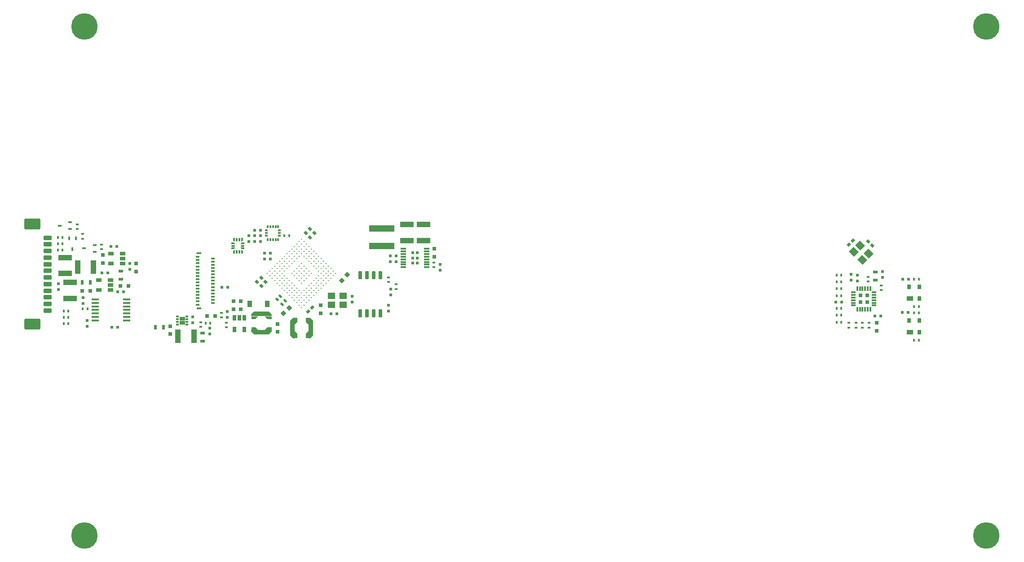
<source format=gbr>
%TF.GenerationSoftware,KiCad,Pcbnew,7.0.2-0*%
%TF.CreationDate,2023-05-18T01:22:18+02:00*%
%TF.ProjectId,panel,70616e65-6c2e-46b6-9963-61645f706362,2.2.0*%
%TF.SameCoordinates,PX2918ffdPY6cadc66*%
%TF.FileFunction,Paste,Top*%
%TF.FilePolarity,Positive*%
%FSLAX46Y46*%
G04 Gerber Fmt 4.6, Leading zero omitted, Abs format (unit mm)*
G04 Created by KiCad (PCBNEW 7.0.2-0) date 2023-05-18 01:22:18*
%MOMM*%
%LPD*%
G01*
G04 APERTURE LIST*
G04 Aperture macros list*
%AMRoundRect*
0 Rectangle with rounded corners*
0 $1 Rounding radius*
0 $2 $3 $4 $5 $6 $7 $8 $9 X,Y pos of 4 corners*
0 Add a 4 corners polygon primitive as box body*
4,1,4,$2,$3,$4,$5,$6,$7,$8,$9,$2,$3,0*
0 Add four circle primitives for the rounded corners*
1,1,$1+$1,$2,$3*
1,1,$1+$1,$4,$5*
1,1,$1+$1,$6,$7*
1,1,$1+$1,$8,$9*
0 Add four rect primitives between the rounded corners*
20,1,$1+$1,$2,$3,$4,$5,0*
20,1,$1+$1,$4,$5,$6,$7,0*
20,1,$1+$1,$6,$7,$8,$9,0*
20,1,$1+$1,$8,$9,$2,$3,0*%
%AMRotRect*
0 Rectangle, with rotation*
0 The origin of the aperture is its center*
0 $1 length*
0 $2 width*
0 $3 Rotation angle, in degrees counterclockwise*
0 Add horizontal line*
21,1,$1,$2,0,0,$3*%
%AMOutline4P*
0 Free polygon, 4 corners , with rotation*
0 The origin of the aperture is its center*
0 number of corners: always 4*
0 $1 to $8 corner X, Y*
0 $9 Rotation angle, in degrees counterclockwise*
0 create outline with 4 corners*
4,1,4,$1,$2,$3,$4,$5,$6,$7,$8,$1,$2,$9*%
%AMFreePoly0*
4,1,48,0.036019,0.199191,0.037970,0.199714,0.040958,0.198320,0.057086,0.195477,0.069629,0.184951,0.084467,0.178033,0.290533,-0.028033,0.293203,-0.031846,0.294953,-0.032857,0.296081,-0.035957,0.305473,-0.049370,0.306899,-0.065680,0.312500,-0.081066,0.312500,-0.125000,0.310782,-0.134741,0.311361,-0.138024,0.309694,-0.140909,0.307977,-0.150652,0.295451,-0.165579,0.285709,-0.182453,
0.279350,-0.184767,0.275000,-0.189952,0.255808,-0.193336,0.237500,-0.200000,-0.237500,-0.200000,-0.247241,-0.198282,-0.250524,-0.198861,-0.253409,-0.197194,-0.263152,-0.195477,-0.278079,-0.182951,-0.294953,-0.173209,-0.297267,-0.166850,-0.302452,-0.162500,-0.305836,-0.143308,-0.312500,-0.125000,-0.312500,0.125000,-0.310782,0.134741,-0.311361,0.138024,-0.309694,0.140909,-0.307977,0.150652,
-0.295451,0.165579,-0.285709,0.182453,-0.279350,0.184767,-0.275000,0.189952,-0.255808,0.193336,-0.237500,0.200000,0.031434,0.200000,0.036019,0.199191,0.036019,0.199191,$1*%
%AMFreePoly1*
4,1,48,0.247241,0.198282,0.250524,0.198861,0.253409,0.197194,0.263152,0.195477,0.278079,0.182951,0.294953,0.173209,0.297267,0.166850,0.302452,0.162500,0.305836,0.143308,0.312500,0.125000,0.312500,0.081066,0.311691,0.076479,0.312214,0.074529,0.310820,0.071540,0.307977,0.055414,0.297451,0.042870,0.290533,0.028033,0.084467,-0.178033,0.080653,-0.180703,0.079643,-0.182453,
0.076542,-0.183581,0.063130,-0.192973,0.046818,-0.194400,0.031434,-0.200000,-0.237500,-0.200000,-0.247241,-0.198282,-0.250524,-0.198861,-0.253409,-0.197194,-0.263152,-0.195477,-0.278079,-0.182951,-0.294953,-0.173209,-0.297267,-0.166850,-0.302452,-0.162500,-0.305836,-0.143308,-0.312500,-0.125000,-0.312500,0.125000,-0.310782,0.134741,-0.311361,0.138024,-0.309694,0.140909,-0.307977,0.150652,
-0.295451,0.165579,-0.285709,0.182453,-0.279350,0.184767,-0.275000,0.189952,-0.255808,0.193336,-0.237500,0.200000,0.237500,0.200000,0.247241,0.198282,0.247241,0.198282,$1*%
%AMFreePoly2*
4,1,48,0.134741,0.310782,0.138024,0.311361,0.140909,0.309694,0.150652,0.307977,0.165579,0.295451,0.182453,0.285709,0.184767,0.279350,0.189952,0.275000,0.193336,0.255808,0.200000,0.237500,0.200000,-0.237500,0.198282,-0.247241,0.198861,-0.250524,0.197194,-0.253409,0.195477,-0.263152,0.182951,-0.278079,0.173209,-0.294953,0.166850,-0.297267,0.162500,-0.302452,0.143308,-0.305836,
0.125000,-0.312500,-0.125000,-0.312500,-0.134741,-0.310782,-0.138024,-0.311361,-0.140909,-0.309694,-0.150652,-0.307977,-0.165579,-0.295451,-0.182453,-0.285709,-0.184767,-0.279350,-0.189952,-0.275000,-0.193336,-0.255808,-0.200000,-0.237500,-0.200000,0.031434,-0.199191,0.036019,-0.199714,0.037970,-0.198320,0.040958,-0.195477,0.057086,-0.184951,0.069629,-0.178033,0.084467,0.028033,0.290533,
0.031846,0.293203,0.032857,0.294953,0.035957,0.296081,0.049370,0.305473,0.065680,0.306899,0.081066,0.312500,0.125000,0.312500,0.134741,0.310782,0.134741,0.310782,$1*%
%AMFreePoly3*
4,1,48,-0.076480,0.311691,-0.074530,0.312214,-0.071541,0.310820,-0.055414,0.307977,-0.042870,0.297451,-0.028033,0.290533,0.178033,0.084467,0.180703,0.080653,0.182453,0.079643,0.183581,0.076542,0.192973,0.063130,0.194399,0.046819,0.200000,0.031434,0.200000,-0.237500,0.198282,-0.247241,0.198861,-0.250524,0.197194,-0.253409,0.195477,-0.263152,0.182951,-0.278079,0.173209,-0.294953,
0.166850,-0.297267,0.162500,-0.302452,0.143308,-0.305836,0.125000,-0.312500,-0.125000,-0.312500,-0.134741,-0.310782,-0.138024,-0.311361,-0.140909,-0.309694,-0.150652,-0.307977,-0.165579,-0.295451,-0.182453,-0.285709,-0.184767,-0.279350,-0.189952,-0.275000,-0.193336,-0.255808,-0.200000,-0.237500,-0.200000,0.237500,-0.198282,0.247241,-0.198861,0.250524,-0.197194,0.253409,-0.195477,0.263152,
-0.182951,0.278079,-0.173209,0.294953,-0.166850,0.297267,-0.162500,0.302452,-0.143308,0.305836,-0.125000,0.312500,-0.081066,0.312500,-0.076480,0.311691,-0.076480,0.311691,$1*%
%AMFreePoly4*
4,1,48,0.247241,0.198282,0.250524,0.198861,0.253409,0.197194,0.263152,0.195477,0.278079,0.182951,0.294953,0.173209,0.297267,0.166850,0.302452,0.162500,0.305836,0.143308,0.312500,0.125000,0.312500,-0.125000,0.310782,-0.134741,0.311361,-0.138024,0.309694,-0.140909,0.307977,-0.150652,0.295451,-0.165579,0.285709,-0.182453,0.279350,-0.184767,0.275000,-0.189952,0.255808,-0.193336,
0.237500,-0.200000,-0.031434,-0.200000,-0.036020,-0.199191,-0.037971,-0.199714,-0.040959,-0.198320,-0.057086,-0.195477,-0.069629,-0.184951,-0.084467,-0.178033,-0.290533,0.028033,-0.293203,0.031846,-0.294953,0.032857,-0.296081,0.035957,-0.305473,0.049370,-0.306900,0.065681,-0.312500,0.081066,-0.312500,0.125000,-0.310782,0.134741,-0.311361,0.138024,-0.309694,0.140909,-0.307977,0.150652,
-0.295451,0.165579,-0.285709,0.182453,-0.279350,0.184767,-0.275000,0.189952,-0.255808,0.193336,-0.237500,0.200000,0.237500,0.200000,0.247241,0.198282,0.247241,0.198282,$1*%
%AMFreePoly5*
4,1,48,0.247241,0.198282,0.250524,0.198861,0.253409,0.197194,0.263152,0.195477,0.278079,0.182951,0.294953,0.173209,0.297267,0.166850,0.302452,0.162500,0.305836,0.143308,0.312500,0.125000,0.312500,-0.125000,0.310782,-0.134741,0.311361,-0.138024,0.309694,-0.140909,0.307977,-0.150652,0.295451,-0.165579,0.285709,-0.182453,0.279350,-0.184767,0.275000,-0.189952,0.255808,-0.193336,
0.237500,-0.200000,-0.237500,-0.200000,-0.247241,-0.198282,-0.250524,-0.198861,-0.253409,-0.197194,-0.263152,-0.195477,-0.278079,-0.182951,-0.294953,-0.173209,-0.297267,-0.166850,-0.302452,-0.162500,-0.305836,-0.143308,-0.312500,-0.125000,-0.312500,-0.081066,-0.311691,-0.076480,-0.312214,-0.074530,-0.310820,-0.071541,-0.307977,-0.055414,-0.297451,-0.042870,-0.290533,-0.028033,-0.084467,0.178033,
-0.080653,0.180703,-0.079643,0.182453,-0.076542,0.183581,-0.063130,0.192973,-0.046819,0.194399,-0.031434,0.200000,0.237500,0.200000,0.247241,0.198282,0.247241,0.198282,$1*%
%AMFreePoly6*
4,1,48,0.134741,0.310782,0.138024,0.311361,0.140909,0.309694,0.150652,0.307977,0.165579,0.295451,0.182453,0.285709,0.184767,0.279350,0.189952,0.275000,0.193336,0.255808,0.200000,0.237500,0.200000,-0.031434,0.199191,-0.036020,0.199714,-0.037971,0.198320,-0.040959,0.195477,-0.057086,0.184951,-0.069629,0.178033,-0.084467,-0.028033,-0.290533,-0.031846,-0.293203,-0.032857,-0.294953,
-0.035957,-0.296081,-0.049370,-0.305473,-0.065681,-0.306900,-0.081066,-0.312500,-0.125000,-0.312500,-0.134741,-0.310782,-0.138024,-0.311361,-0.140909,-0.309694,-0.150652,-0.307977,-0.165579,-0.295451,-0.182453,-0.285709,-0.184767,-0.279350,-0.189952,-0.275000,-0.193336,-0.255808,-0.200000,-0.237500,-0.200000,0.237500,-0.198282,0.247241,-0.198861,0.250524,-0.197194,0.253409,-0.195477,0.263152,
-0.182951,0.278079,-0.173209,0.294953,-0.166850,0.297267,-0.162500,0.302452,-0.143308,0.305836,-0.125000,0.312500,0.125000,0.312500,0.134741,0.310782,0.134741,0.310782,$1*%
%AMFreePoly7*
4,1,48,0.134741,0.310782,0.138024,0.311361,0.140909,0.309694,0.150652,0.307977,0.165579,0.295451,0.182453,0.285709,0.184767,0.279350,0.189952,0.275000,0.193336,0.255808,0.200000,0.237500,0.200000,-0.237500,0.198282,-0.247241,0.198861,-0.250524,0.197194,-0.253409,0.195477,-0.263152,0.182951,-0.278079,0.173209,-0.294953,0.166850,-0.297267,0.162500,-0.302452,0.143308,-0.305836,
0.125000,-0.312500,0.081066,-0.312500,0.076479,-0.311691,0.074529,-0.312214,0.071540,-0.310820,0.055414,-0.307977,0.042870,-0.297451,0.028033,-0.290533,-0.178033,-0.084467,-0.180703,-0.080653,-0.182453,-0.079643,-0.183581,-0.076542,-0.192973,-0.063130,-0.194400,-0.046818,-0.200000,-0.031434,-0.200000,0.237500,-0.198282,0.247241,-0.198861,0.250524,-0.197194,0.253409,-0.195477,0.263152,
-0.182951,0.278079,-0.173209,0.294953,-0.166850,0.297267,-0.162500,0.302452,-0.143308,0.305836,-0.125000,0.312500,0.125000,0.312500,0.134741,0.310782,0.134741,0.310782,$1*%
G04 Aperture macros list end*
%ADD10R,0.600000X0.500000*%
%ADD11R,0.500000X0.600000*%
%ADD12C,5.000000*%
%ADD13Outline4P,-0.280000X-1.945000X0.280000X-1.395000X0.280000X1.395000X-0.280000X1.945000X270.000000*%
%ADD14R,3.890000X0.310000*%
%ADD15R,0.775000X0.580000*%
%ADD16Outline4P,-0.290000X-0.594500X0.290000X-0.000500X0.290000X0.000500X-0.290000X0.594500X90.000000*%
%ADD17Outline4P,-0.290000X-0.594500X0.290000X-0.000500X0.290000X0.000500X-0.290000X0.594500X270.000000*%
%ADD18Outline4P,-0.280000X-1.945000X0.280000X-1.395000X0.280000X1.395000X-0.280000X1.945000X90.000000*%
%ADD19R,0.400000X0.600000*%
%ADD20RotRect,0.600000X0.500000X45.000000*%
%ADD21R,1.200000X0.900000*%
%ADD22R,0.800000X0.900000*%
%ADD23RotRect,0.600000X0.500000X135.000000*%
%ADD24R,0.500000X0.300000*%
%ADD25R,0.990000X0.800000*%
%ADD26RotRect,0.800000X0.750000X225.000000*%
%ADD27R,0.750000X0.800000*%
%ADD28R,4.700000X1.200000*%
%ADD29R,2.500000X1.000000*%
%ADD30R,0.700000X0.450000*%
%ADD31RotRect,0.800000X0.750000X45.000000*%
%ADD32R,0.600000X0.400000*%
%ADD33Outline4P,-0.280000X-1.945000X0.280000X-1.395000X0.280000X1.395000X-0.280000X1.945000X180.000000*%
%ADD34R,0.310000X3.890000*%
%ADD35R,0.580000X0.775000*%
%ADD36Outline4P,-0.290000X-0.594500X0.290000X-0.000500X0.290000X0.000500X-0.290000X0.594500X0.000000*%
%ADD37Outline4P,-0.290000X-0.594500X0.290000X-0.000500X0.290000X0.000500X-0.290000X0.594500X180.000000*%
%ADD38Outline4P,-0.280000X-1.945000X0.280000X-1.395000X0.280000X1.395000X-0.280000X1.945000X0.000000*%
%ADD39R,0.900000X0.500000*%
%ADD40R,0.500000X0.900000*%
%ADD41R,0.800000X0.750000*%
%ADD42C,0.250000*%
%ADD43R,1.060000X0.650000*%
%ADD44RotRect,1.400000X1.200000X315.000000*%
%ADD45RoundRect,0.087500X0.087500X-0.187500X0.087500X0.187500X-0.087500X0.187500X-0.087500X-0.187500X0*%
%ADD46RoundRect,0.087500X0.187500X-0.087500X0.187500X0.087500X-0.187500X0.087500X-0.187500X-0.087500X0*%
%ADD47R,0.450000X0.700000*%
%ADD48RotRect,0.400000X0.600000X45.000000*%
%ADD49R,1.000000X2.500000*%
%ADD50RotRect,0.400000X0.600000X225.000000*%
%ADD51R,1.450000X0.450000*%
%ADD52RotRect,0.600000X0.500000X225.000000*%
%ADD53R,1.000000X0.300000*%
%ADD54R,0.495000X0.570000*%
%ADD55FreePoly0,90.000000*%
%ADD56RoundRect,0.100000X0.100000X-0.212500X0.100000X0.212500X-0.100000X0.212500X-0.100000X-0.212500X0*%
%ADD57FreePoly1,90.000000*%
%ADD58FreePoly2,90.000000*%
%ADD59RoundRect,0.100000X0.212500X-0.100000X0.212500X0.100000X-0.212500X0.100000X-0.212500X-0.100000X0*%
%ADD60FreePoly3,90.000000*%
%ADD61FreePoly4,90.000000*%
%ADD62FreePoly5,90.000000*%
%ADD63FreePoly6,90.000000*%
%ADD64FreePoly7,90.000000*%
%ADD65R,0.300000X0.850000*%
%ADD66R,0.850000X0.300000*%
%ADD67R,0.780000X0.780000*%
%ADD68RoundRect,0.150000X-0.150000X0.650000X-0.150000X-0.650000X0.150000X-0.650000X0.150000X0.650000X0*%
%ADD69R,1.400000X1.200000*%
%ADD70R,0.650000X1.060000*%
%ADD71R,0.800000X0.300000*%
%ADD72R,0.650000X0.300000*%
%ADD73R,0.950000X0.400000*%
%ADD74R,0.900000X1.200000*%
%ADD75RoundRect,0.200000X-0.600000X0.200000X-0.600000X-0.200000X0.600000X-0.200000X0.600000X0.200000X0*%
%ADD76RoundRect,0.250001X-1.249999X0.799999X-1.249999X-0.799999X1.249999X-0.799999X1.249999X0.799999X0*%
G04 APERTURE END LIST*
D10*
%TO.C,C58*%
X23286110Y22006030D03*
X24386110Y22006030D03*
%TD*%
D11*
%TO.C,C66*%
X51036110Y29057430D03*
X51036110Y27957430D03*
%TD*%
D12*
%TO.C,REF\u002A\u002A*%
X20000000Y-27510000D03*
%TD*%
D13*
%TO.C,L1*%
X53377010Y10602430D03*
D14*
X53377010Y11037430D03*
D15*
X51820010Y11482430D03*
D16*
X52207010Y11482430D03*
X54547010Y11482430D03*
D15*
X54934010Y11482430D03*
X51819010Y13562430D03*
D17*
X52207010Y13562430D03*
X54547010Y13562430D03*
D15*
X54934010Y13562430D03*
D14*
X53377010Y14007430D03*
D18*
X53377010Y14442430D03*
%TD*%
D19*
%TO.C,R33*%
X161786110Y20307430D03*
X162686110Y20307430D03*
%TD*%
D20*
%TO.C,C17*%
X164067201Y27328521D03*
X164845019Y28106339D03*
%TD*%
D21*
%TO.C,U17*%
X175641110Y17127430D03*
D22*
X177361110Y17127430D03*
X177361110Y19327430D03*
X175461110Y19327430D03*
%TD*%
D23*
%TO.C,C76*%
X54125019Y20318521D03*
X53347201Y21096339D03*
%TD*%
D24*
%TO.C,U5*%
X39347430Y12237430D03*
X39347430Y12737430D03*
X39347430Y13237430D03*
X39347430Y13737430D03*
X37547430Y13737430D03*
X37547430Y13237430D03*
X37547430Y12737430D03*
X37547430Y12237430D03*
D25*
X38447430Y12587430D03*
X38447430Y13387430D03*
%TD*%
D11*
%TO.C,C52*%
X15136110Y19956030D03*
X15136110Y18856030D03*
%TD*%
D26*
%TO.C,C68*%
X69577760Y21617760D03*
X68517100Y20557100D03*
%TD*%
D12*
%TO.C,REF\u002A\u002A*%
X190027580Y68490000D03*
%TD*%
D10*
%TO.C,C22*%
X66486110Y14307430D03*
X67586110Y14307430D03*
%TD*%
D27*
%TO.C,C71*%
X64536110Y14357430D03*
X64536110Y15857430D03*
%TD*%
D28*
%TO.C,L4*%
X76036110Y27052430D03*
X76036110Y30362430D03*
%TD*%
D23*
%TO.C,C21*%
X168545019Y27128521D03*
X167767201Y27906339D03*
%TD*%
D29*
%TO.C,C67*%
X16336110Y21906030D03*
X16336110Y24906030D03*
%TD*%
D10*
%TO.C,C13*%
X45906110Y19317430D03*
X47006110Y19317430D03*
%TD*%
D12*
%TO.C,REF\u002A\u002A*%
X20000000Y68490000D03*
%TD*%
D30*
%TO.C,Q1*%
X21936110Y25956030D03*
X21936110Y27256030D03*
X19936110Y26606030D03*
%TD*%
D10*
%TO.C,C78*%
X55086110Y24607430D03*
X53986110Y24607430D03*
%TD*%
D31*
%TO.C,C72*%
X57517100Y14357100D03*
X58577760Y15417760D03*
%TD*%
D19*
%TO.C,R44*%
X14986110Y28707430D03*
X15886110Y28707430D03*
%TD*%
D11*
%TO.C,C14*%
X40447430Y12587430D03*
X40447430Y13687430D03*
%TD*%
%TO.C,C87*%
X77736110Y17856030D03*
X77736110Y18956030D03*
%TD*%
%TO.C,C38*%
X20556110Y13056030D03*
X20556110Y11956030D03*
%TD*%
%TO.C,C23*%
X70436110Y16507430D03*
X70436110Y17607430D03*
%TD*%
D12*
%TO.C,REF\u002A\u002A*%
X190027580Y-27510000D03*
%TD*%
D19*
%TO.C,R37*%
X161786110Y14007430D03*
X162686110Y14007430D03*
%TD*%
D32*
%TO.C,R3*%
X85836110Y23957430D03*
X85836110Y23057430D03*
%TD*%
D19*
%TO.C,R31*%
X176381110Y15667430D03*
X177281110Y15667430D03*
%TD*%
D32*
%TO.C,R8*%
X46786110Y12622430D03*
X46786110Y11722430D03*
%TD*%
D11*
%TO.C,C20*%
X87056110Y22457430D03*
X87056110Y23557430D03*
%TD*%
D33*
%TO.C,L6*%
X59016110Y11607430D03*
D34*
X59451110Y11607430D03*
D35*
X59896110Y13164430D03*
D36*
X59896110Y12777430D03*
X59896110Y10437430D03*
D35*
X59896110Y10050430D03*
X61976110Y13165430D03*
D37*
X61976110Y12777430D03*
X61976110Y10437430D03*
D35*
X61976110Y10050430D03*
D34*
X62421110Y11607430D03*
D38*
X62856110Y11607430D03*
%TD*%
D27*
%TO.C,C4*%
X56377010Y12367430D03*
X56377010Y10867430D03*
%TD*%
D10*
%TO.C,C89*%
X78736110Y25207430D03*
X77636110Y25207430D03*
%TD*%
D29*
%TO.C,C35*%
X83936110Y28107430D03*
X83936110Y31107430D03*
%TD*%
D23*
%TO.C,C75*%
X62525019Y28718521D03*
X61747201Y29496339D03*
%TD*%
D10*
%TO.C,C59*%
X25016110Y26976030D03*
X26116110Y26976030D03*
%TD*%
%TO.C,C31*%
X27386110Y18406030D03*
X26286110Y18406030D03*
%TD*%
D39*
%TO.C,L10*%
X42297430Y9137430D03*
X42297430Y10637430D03*
%TD*%
D27*
%TO.C,C19*%
X29736110Y23756030D03*
X29736110Y22256030D03*
%TD*%
D32*
%TO.C,R7*%
X45806110Y14472430D03*
X45806110Y13572430D03*
%TD*%
D40*
%TO.C,L3*%
X19586110Y20206030D03*
X21086110Y20206030D03*
%TD*%
D19*
%TO.C,R15*%
X19686110Y15206030D03*
X20586110Y15206030D03*
%TD*%
D29*
%TO.C,C90*%
X80836110Y28107430D03*
X80836110Y31107430D03*
%TD*%
D11*
%TO.C,C60*%
X53236110Y27957430D03*
X53236110Y29057430D03*
%TD*%
D32*
%TO.C,R11*%
X167936110Y11656030D03*
X167936110Y12556030D03*
%TD*%
D19*
%TO.C,R23*%
X14986110Y27507430D03*
X15886110Y27507430D03*
%TD*%
D41*
%TO.C,C5*%
X26822430Y19512430D03*
X28322430Y19512430D03*
%TD*%
D10*
%TO.C,C45*%
X169036110Y13857430D03*
X170136110Y13857430D03*
%TD*%
D42*
%TO.C,U2*%
X60936110Y15472758D03*
X60476321Y15932547D03*
X60016532Y16392337D03*
X59556743Y16852126D03*
X59096954Y17311915D03*
X58637164Y17771704D03*
X58177375Y18231493D03*
X57717586Y18691282D03*
X57257797Y19151071D03*
X56798008Y19610860D03*
X56338219Y20070649D03*
X55878430Y20530439D03*
X55418641Y20990228D03*
X54958852Y21450017D03*
X54499062Y21909806D03*
X61395899Y15932547D03*
X60936110Y16392337D03*
X60476321Y16852126D03*
X60016532Y17311915D03*
X59556743Y17771704D03*
X59096954Y18231493D03*
X58637164Y18691282D03*
X58177375Y19151071D03*
X57717586Y19610860D03*
X57257797Y20070649D03*
X56798008Y20530439D03*
X56338219Y20990228D03*
X55878430Y21450017D03*
X55418641Y21909806D03*
X54958852Y22369595D03*
X61855688Y16392337D03*
X61395899Y16852126D03*
X60936110Y17311915D03*
X60476321Y17771704D03*
X60016532Y18231493D03*
X59556743Y18691282D03*
X59096954Y19151071D03*
X58637164Y19610860D03*
X58177375Y20070649D03*
X57717586Y20530439D03*
X57257797Y20990228D03*
X56798008Y21450017D03*
X56338219Y21909806D03*
X55878430Y22369595D03*
X55418641Y22829384D03*
X62315477Y16852126D03*
X61855688Y17311915D03*
X61395899Y17771704D03*
X60936110Y18231493D03*
X60476321Y18691282D03*
X60016532Y19151071D03*
X59556743Y19610860D03*
X59096954Y20070649D03*
X58637164Y20530439D03*
X58177375Y20990228D03*
X57717586Y21450017D03*
X57257797Y21909806D03*
X56798008Y22369595D03*
X56338219Y22829384D03*
X55878430Y23289173D03*
X62775266Y17311915D03*
X62315477Y17771704D03*
X61855688Y18231493D03*
X61395899Y18691282D03*
X57717586Y22369595D03*
X57257797Y22829384D03*
X56798008Y23289173D03*
X56338219Y23748962D03*
X63235056Y17771704D03*
X62775266Y18231493D03*
X62315477Y18691282D03*
X61855688Y19151071D03*
X60936110Y20070649D03*
X60476321Y20530439D03*
X60016532Y20990228D03*
X59556743Y21450017D03*
X59096954Y21909806D03*
X58177375Y22829384D03*
X57717586Y23289173D03*
X57257797Y23748962D03*
X56798008Y24208751D03*
X63694845Y18231493D03*
X63235056Y18691282D03*
X62775266Y19151071D03*
X62315477Y19610860D03*
X61395899Y20530439D03*
X60936110Y20990228D03*
X60476321Y21450017D03*
X60016532Y21909806D03*
X59556743Y22369595D03*
X58637164Y23289173D03*
X58177375Y23748962D03*
X57717586Y24208751D03*
X57257797Y24668541D03*
X64154634Y18691282D03*
X63694845Y19151071D03*
X63235056Y19610860D03*
X62775266Y20070649D03*
X61855688Y20990228D03*
X61395899Y21450017D03*
X60936110Y21909806D03*
X60476321Y22369595D03*
X60016532Y22829384D03*
X59096954Y23748962D03*
X58637164Y24208751D03*
X58177375Y24668541D03*
X57717586Y25128330D03*
X64614423Y19151071D03*
X64154634Y19610860D03*
X63694845Y20070649D03*
X63235056Y20530439D03*
X62315477Y21450017D03*
X61855688Y21909806D03*
X61395899Y22369595D03*
X60936110Y22829384D03*
X60476321Y23289173D03*
X59556743Y24208751D03*
X59096954Y24668541D03*
X58637164Y25128330D03*
X58177375Y25588119D03*
X65074212Y19610860D03*
X64614423Y20070649D03*
X64154634Y20530439D03*
X63694845Y20990228D03*
X62775266Y21909806D03*
X62315477Y22369595D03*
X61855688Y22829384D03*
X61395899Y23289173D03*
X60936110Y23748962D03*
X60016532Y24668541D03*
X59556743Y25128330D03*
X59096954Y25588119D03*
X58637164Y26047908D03*
X65534001Y20070649D03*
X65074212Y20530439D03*
X64614423Y20990228D03*
X64154634Y21450017D03*
X60476321Y25128330D03*
X60016532Y25588119D03*
X59556743Y26047908D03*
X59096954Y26507697D03*
X65993790Y20530439D03*
X65534001Y20990228D03*
X65074212Y21450017D03*
X64614423Y21909806D03*
X64154634Y22369595D03*
X63694845Y22829384D03*
X63235056Y23289173D03*
X62775266Y23748962D03*
X62315477Y24208751D03*
X61855688Y24668541D03*
X61395899Y25128330D03*
X60936110Y25588119D03*
X60476321Y26047908D03*
X60016532Y26507697D03*
X59556743Y26967486D03*
X66453579Y20990228D03*
X65993790Y21450017D03*
X65534001Y21909806D03*
X65074212Y22369595D03*
X64614423Y22829384D03*
X64154634Y23289173D03*
X63694845Y23748962D03*
X63235056Y24208751D03*
X62775266Y24668541D03*
X62315477Y25128330D03*
X61855688Y25588119D03*
X61395899Y26047908D03*
X60936110Y26507697D03*
X60476321Y26967486D03*
X60016532Y27427275D03*
X66913368Y21450017D03*
X66453579Y21909806D03*
X65993790Y22369595D03*
X65534001Y22829384D03*
X65074212Y23289173D03*
X64614423Y23748962D03*
X64154634Y24208751D03*
X63694845Y24668541D03*
X63235056Y25128330D03*
X62775266Y25588119D03*
X62315477Y26047908D03*
X61855688Y26507697D03*
X61395899Y26967486D03*
X60936110Y27427275D03*
X60476321Y27887064D03*
X67373158Y21909806D03*
X66913368Y22369595D03*
X66453579Y22829384D03*
X65993790Y23289173D03*
X65534001Y23748962D03*
X65074212Y24208751D03*
X64614423Y24668541D03*
X64154634Y25128330D03*
X63694845Y25588119D03*
X63235056Y26047908D03*
X62775266Y26507697D03*
X62315477Y26967486D03*
X61855688Y27427275D03*
X61395899Y27887064D03*
X60936110Y28346853D03*
%TD*%
D23*
%TO.C,C74*%
X53325019Y19518521D03*
X52547201Y20296339D03*
%TD*%
D19*
%TO.C,R6*%
X42847430Y12537430D03*
X43747430Y12537430D03*
%TD*%
D11*
%TO.C,C37*%
X19736110Y17356030D03*
X19736110Y16256030D03*
%TD*%
D43*
%TO.C,U3*%
X24936110Y18756030D03*
X24936110Y19706030D03*
X24936110Y20656030D03*
X22736110Y20656030D03*
X22736110Y18756030D03*
%TD*%
D19*
%TO.C,R13*%
X16986110Y13606030D03*
X16086110Y13606030D03*
%TD*%
D32*
%TO.C,R38*%
X164136110Y11657430D03*
X164136110Y12557430D03*
%TD*%
%TO.C,R50*%
X77336110Y21156030D03*
X77336110Y20256030D03*
%TD*%
D44*
%TO.C,XO1*%
X165057252Y25984207D03*
X166612887Y24428572D03*
X167814968Y25630653D03*
X166259333Y27186288D03*
%TD*%
D10*
%TO.C,C43*%
X162786110Y16507430D03*
X161686110Y16507430D03*
%TD*%
D45*
%TO.C,U8*%
X54536110Y28282430D03*
X55036110Y28282430D03*
X55536110Y28282430D03*
X56036110Y28282430D03*
X56536110Y28282430D03*
D46*
X56761110Y29007430D03*
X56761110Y29507430D03*
X56761110Y30007430D03*
D45*
X56536110Y30732430D03*
X56036110Y30732430D03*
X55536110Y30732430D03*
X55036110Y30732430D03*
X54536110Y30732430D03*
D46*
X54311110Y30007430D03*
X54311110Y29507430D03*
X54311110Y29007430D03*
%TD*%
D47*
%TO.C,Q2*%
X18386110Y28506030D03*
X17086110Y28506030D03*
X17736110Y26506030D03*
%TD*%
D29*
%TO.C,C48*%
X17336110Y17206030D03*
X17336110Y20206030D03*
%TD*%
D11*
%TO.C,C24*%
X46936110Y14672430D03*
X46936110Y13572430D03*
%TD*%
D19*
%TO.C,R12*%
X16986110Y12405990D03*
X16086110Y12405990D03*
%TD*%
D48*
%TO.C,R52*%
X57217912Y16089232D03*
X57854308Y16725628D03*
%TD*%
D49*
%TO.C,C65*%
X21736110Y23106030D03*
X18736110Y23106030D03*
%TD*%
D11*
%TO.C,C51*%
X28536110Y22656030D03*
X28536110Y23756030D03*
%TD*%
D32*
%TO.C,R17*%
X170236110Y19656030D03*
X170236110Y18756030D03*
%TD*%
D19*
%TO.C,R28*%
X176381110Y14467430D03*
X177281110Y14467430D03*
%TD*%
D11*
%TO.C,C44*%
X170436110Y21107430D03*
X170436110Y22207430D03*
%TD*%
D10*
%TO.C,C70*%
X52086110Y30007430D03*
X53186110Y30007430D03*
%TD*%
D39*
%TO.C,L2*%
X169136110Y22156030D03*
X169136110Y20656030D03*
%TD*%
D43*
%TO.C,U9*%
X27236110Y23756030D03*
X27236110Y24706030D03*
X27236110Y25656030D03*
X25036110Y25656030D03*
X25036110Y23756030D03*
%TD*%
D11*
%TO.C,C39*%
X165736110Y20457430D03*
X165736110Y21557430D03*
%TD*%
D32*
%TO.C,R10*%
X78736110Y18956030D03*
X78736110Y19856030D03*
%TD*%
D19*
%TO.C,R30*%
X176381110Y20807430D03*
X177281110Y20807430D03*
%TD*%
%TO.C,R35*%
X161786110Y21607430D03*
X162686110Y21607430D03*
%TD*%
D27*
%TO.C,C30*%
X48086110Y15172430D03*
X48086110Y16672430D03*
%TD*%
%TO.C,C46*%
X169336110Y12607430D03*
X169336110Y11107430D03*
%TD*%
D11*
%TO.C,C61*%
X43597430Y10487430D03*
X43597430Y11587430D03*
%TD*%
D32*
%TO.C,R24*%
X19636110Y29356030D03*
X19636110Y28456030D03*
%TD*%
D41*
%TO.C,C63*%
X21086110Y18606030D03*
X19586110Y18606030D03*
%TD*%
D10*
%TO.C,C29*%
X26286110Y11705990D03*
X25186110Y11705990D03*
%TD*%
D50*
%TO.C,R4*%
X56954308Y17625628D03*
X56317912Y16989232D03*
%TD*%
D32*
%TO.C,R20*%
X23236110Y27356030D03*
X23236110Y26456030D03*
%TD*%
D30*
%TO.C,Q3*%
X17336110Y30257430D03*
X17336110Y31557430D03*
X15336110Y30907430D03*
%TD*%
D32*
%TO.C,R40*%
X166686110Y12557430D03*
X166686110Y11657430D03*
%TD*%
%TO.C,R9*%
X41947430Y11788830D03*
X41947430Y12688830D03*
%TD*%
D11*
%TO.C,C50*%
X77336110Y14756030D03*
X77336110Y15856030D03*
%TD*%
D32*
%TO.C,R47*%
X167736110Y21257430D03*
X167736110Y20357430D03*
%TD*%
D51*
%TO.C,U6*%
X27956110Y13056030D03*
X27956110Y13706030D03*
X27956110Y14356030D03*
X27956110Y15006030D03*
X27956110Y15656030D03*
X27956110Y16306030D03*
X27956110Y16956030D03*
X22056110Y16956030D03*
X22056110Y16306030D03*
X22056110Y15656030D03*
X22056110Y15006030D03*
X22056110Y14356030D03*
X22056110Y13706030D03*
X22056110Y13056030D03*
%TD*%
D52*
%TO.C,C36*%
X62925019Y15496339D03*
X62147201Y14718521D03*
%TD*%
D10*
%TO.C,C55*%
X175381110Y20807430D03*
X174281110Y20807430D03*
%TD*%
D19*
%TO.C,R36*%
X161786110Y12707430D03*
X162686110Y12707430D03*
%TD*%
%TO.C,R1*%
X162686110Y15307430D03*
X161786110Y15307430D03*
%TD*%
D40*
%TO.C,L9*%
X34897430Y11743830D03*
X33397430Y11743830D03*
%TD*%
D19*
%TO.C,R2*%
X57697430Y28987430D03*
X58597430Y28987430D03*
%TD*%
D11*
%TO.C,C41*%
X164536110Y21757430D03*
X164536110Y20657430D03*
%TD*%
D53*
%TO.C,U4*%
X84536110Y23057430D03*
X84536110Y23557430D03*
X84536110Y24057430D03*
X84536110Y24557430D03*
X84536110Y25057430D03*
X84536110Y25557430D03*
X84536110Y26057430D03*
X84536110Y26557430D03*
X80136110Y26557430D03*
X80136110Y26057430D03*
X80136110Y25557430D03*
X80136110Y25057430D03*
X80136110Y24557430D03*
X80136110Y24057430D03*
X80136110Y23557430D03*
X80136110Y23057430D03*
D54*
X82736110Y23857430D03*
X82736110Y24807430D03*
X82736110Y25757430D03*
X81936110Y23857430D03*
X81936110Y24807430D03*
X81936110Y25757430D03*
%TD*%
D11*
%TO.C,C62*%
X52136110Y29057430D03*
X52136110Y27957430D03*
%TD*%
D41*
%TO.C,C16*%
X43146110Y13837430D03*
X44646110Y13837430D03*
%TD*%
D55*
%TO.C,U10*%
X48186110Y25943530D03*
D56*
X48686110Y25943530D03*
X49186110Y25943530D03*
D57*
X49686110Y25943530D03*
D58*
X49848610Y26606030D03*
D59*
X49848610Y27106030D03*
D60*
X49848610Y27606030D03*
D61*
X49686110Y28268530D03*
D56*
X49186110Y28268530D03*
X48686110Y28268530D03*
D62*
X48186110Y28268530D03*
D63*
X48023610Y27606030D03*
D59*
X48023610Y27106030D03*
D64*
X48023610Y26606030D03*
%TD*%
D27*
%TO.C,C64*%
X23436110Y23856030D03*
X23436110Y25356030D03*
%TD*%
%TO.C,C9*%
X36172430Y10437430D03*
X36172430Y11937430D03*
%TD*%
%TO.C,C11*%
X49486110Y15172430D03*
X49486110Y16672430D03*
%TD*%
D65*
%TO.C,U14*%
X168186110Y19057430D03*
X167686110Y19057430D03*
X167186110Y19057430D03*
X166686110Y19057430D03*
X166186110Y19057430D03*
X165686110Y19057430D03*
D66*
X164986110Y18357430D03*
X164986110Y17857430D03*
X164986110Y17357430D03*
X164986110Y16857430D03*
X164986110Y16357430D03*
X164986110Y15857430D03*
D65*
X165686110Y15157430D03*
X166186110Y15157430D03*
X166686110Y15157430D03*
X167186110Y15157430D03*
X167686110Y15157430D03*
X168186110Y15157430D03*
D66*
X168886110Y15857430D03*
X168886110Y16357430D03*
X168886110Y16857430D03*
X168886110Y17357430D03*
X168886110Y17857430D03*
X168886110Y18357430D03*
D67*
X167586110Y17757430D03*
X166286110Y17757430D03*
X167586110Y16457430D03*
X166286110Y16457430D03*
%TD*%
D19*
%TO.C,R34*%
X161786110Y19007430D03*
X162686110Y19007430D03*
%TD*%
D10*
%TO.C,C88*%
X77636110Y24117430D03*
X78736110Y24117430D03*
%TD*%
D19*
%TO.C,R25*%
X14986110Y26307430D03*
X15886110Y26307430D03*
%TD*%
D32*
%TO.C,R41*%
X18636110Y31157430D03*
X18636110Y30257430D03*
%TD*%
D21*
%TO.C,U16*%
X175641110Y10807430D03*
D22*
X177361110Y10807430D03*
X177361110Y13007430D03*
X175461110Y13007430D03*
%TD*%
D68*
%TO.C,U7*%
X75841110Y21606030D03*
X74571110Y21606030D03*
X73301110Y21606030D03*
X72031110Y21606030D03*
X72031110Y14406030D03*
X73301110Y14406030D03*
X74571110Y14406030D03*
X75841110Y14406030D03*
%TD*%
D49*
%TO.C,C25*%
X37647430Y10037430D03*
X40647430Y10037430D03*
%TD*%
D69*
%TO.C,XO2*%
X66536110Y15957430D03*
X68736110Y15957430D03*
X68736110Y17657430D03*
X66536110Y17657430D03*
%TD*%
D70*
%TO.C,U1*%
X50186110Y13522430D03*
X49236110Y13522430D03*
X48286110Y13522430D03*
X48286110Y11322430D03*
X50186110Y11322430D03*
%TD*%
D71*
%TO.C,K1*%
X41361110Y16016030D03*
D72*
X44236110Y16316030D03*
D71*
X41361110Y16616030D03*
D72*
X44236110Y16916030D03*
D71*
X41361110Y17216030D03*
D72*
X44236110Y17516030D03*
D71*
X41361110Y17816030D03*
D72*
X44236110Y18116030D03*
D71*
X41361110Y18416030D03*
D72*
X44236110Y18716030D03*
D73*
X41636110Y15316030D03*
D71*
X41361110Y19016030D03*
D73*
X41636110Y25716030D03*
D72*
X44236110Y19316030D03*
D71*
X41361110Y19616030D03*
D72*
X44236110Y19916030D03*
D71*
X41361110Y20216030D03*
D72*
X44236110Y20516030D03*
D71*
X41361110Y20816030D03*
D72*
X44236110Y21116030D03*
D71*
X41361110Y21416030D03*
D72*
X44236110Y21716030D03*
D71*
X41361110Y22016030D03*
D72*
X44236110Y22316030D03*
D71*
X41361110Y22616030D03*
D72*
X44236110Y22916030D03*
D71*
X41361110Y23216030D03*
D72*
X44236110Y23516030D03*
D71*
X41361110Y23816030D03*
D72*
X44236110Y24116030D03*
D71*
X41361110Y24416030D03*
D72*
X44236110Y24716030D03*
D71*
X41361110Y25016030D03*
%TD*%
D39*
%TO.C,L8*%
X26847430Y20787430D03*
X26847430Y22287430D03*
%TD*%
D10*
%TO.C,C80*%
X55086110Y25707430D03*
X53986110Y25707430D03*
%TD*%
%TO.C,C54*%
X175281110Y14507430D03*
X174181110Y14507430D03*
%TD*%
D27*
%TO.C,C7*%
X85936110Y26557430D03*
X85936110Y25057430D03*
%TD*%
D19*
%TO.C,R29*%
X176376110Y9327430D03*
X177276110Y9327430D03*
%TD*%
%TO.C,R14*%
X16986110Y14805990D03*
X16086110Y14805990D03*
%TD*%
%TO.C,R32*%
X161786110Y17707430D03*
X162686110Y17707430D03*
%TD*%
D32*
%TO.C,R39*%
X165436110Y11657430D03*
X165436110Y12557430D03*
%TD*%
D74*
%TO.C,D2*%
X51127010Y16122430D03*
X54427010Y16122430D03*
%TD*%
D75*
%TO.C,K2*%
X13086110Y28632430D03*
X13086110Y27382430D03*
X13086110Y26132430D03*
X13086110Y24882430D03*
X13086110Y23632430D03*
X13086110Y22382430D03*
X13086110Y21132430D03*
X13086110Y19882430D03*
X13086110Y18632430D03*
X13086110Y17382430D03*
X13086110Y16132430D03*
X13086110Y14882430D03*
D76*
X10186110Y31182430D03*
X10186110Y12332430D03*
%TD*%
D23*
%TO.C,C73*%
X63325019Y29518521D03*
X62547201Y30296339D03*
%TD*%
M02*

</source>
